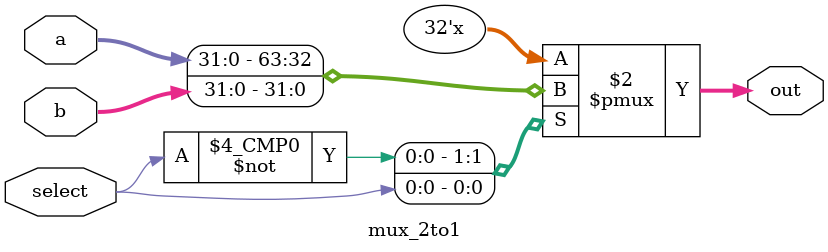
<source format=v>
`timescale 1ns / 1ps
module mux_2to1(
    input [31:0] a,
    input [31:0] b,
    input select,
    output reg [31:0] out
    );
	
	always @(*)begin
		case(select)
		1'b0: out <= a;
		1'b1: out <= b;
		default: out <= 32'h00;		// used in initial startup to set pc to 32'h00;
		endcase
	end

endmodule

</source>
